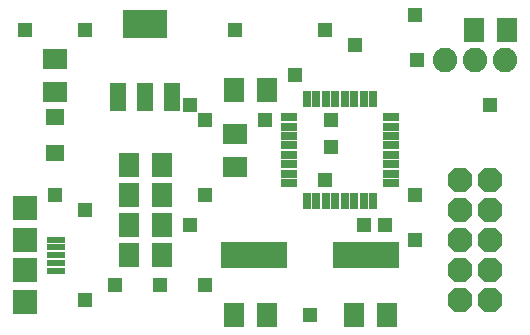
<source format=gts>
G75*
%MOIN*%
%OFA0B0*%
%FSLAX25Y25*%
%IPPOS*%
%LPD*%
%AMOC8*
5,1,8,0,0,1.08239X$1,22.5*
%
%ADD10R,0.07099X0.07887*%
%ADD11R,0.07887X0.07099*%
%ADD12R,0.06312X0.05524*%
%ADD13R,0.05800X0.03000*%
%ADD14R,0.03000X0.05800*%
%ADD15R,0.06312X0.02178*%
%ADD16R,0.08280X0.07887*%
%ADD17R,0.08280X0.08280*%
%ADD18OC8,0.08200*%
%ADD19C,0.08200*%
%ADD20R,0.22454X0.08674*%
%ADD21R,0.05600X0.09600*%
%ADD22R,0.14973X0.09461*%
%ADD23R,0.05162X0.05162*%
D10*
X0049988Y0041000D03*
X0061012Y0041000D03*
X0061012Y0051000D03*
X0049988Y0051000D03*
X0049988Y0061000D03*
X0061012Y0061000D03*
X0061012Y0071000D03*
X0049988Y0071000D03*
X0084988Y0096000D03*
X0096012Y0096000D03*
X0164988Y0116000D03*
X0176012Y0116000D03*
X0136012Y0021000D03*
X0124988Y0021000D03*
X0096012Y0021000D03*
X0084988Y0021000D03*
D11*
X0085500Y0070488D03*
X0085500Y0081512D03*
X0025500Y0095488D03*
X0025500Y0106512D03*
D12*
X0025500Y0086906D03*
X0025500Y0075094D03*
D13*
X0103600Y0074425D03*
X0103600Y0077575D03*
X0103600Y0080724D03*
X0103600Y0083874D03*
X0103600Y0087024D03*
X0103600Y0071276D03*
X0103600Y0068126D03*
X0103600Y0064976D03*
X0137400Y0064976D03*
X0137400Y0068126D03*
X0137400Y0071276D03*
X0137400Y0074425D03*
X0137400Y0077575D03*
X0137400Y0080724D03*
X0137400Y0083874D03*
X0137400Y0087024D03*
D14*
X0131524Y0092900D03*
X0128374Y0092900D03*
X0125224Y0092900D03*
X0122075Y0092900D03*
X0118925Y0092900D03*
X0115776Y0092900D03*
X0112626Y0092900D03*
X0109476Y0092900D03*
X0109476Y0059100D03*
X0112626Y0059100D03*
X0115776Y0059100D03*
X0118925Y0059100D03*
X0122075Y0059100D03*
X0125224Y0059100D03*
X0128374Y0059100D03*
X0131524Y0059100D03*
D15*
X0025933Y0046118D03*
X0025933Y0043559D03*
X0025933Y0041000D03*
X0025933Y0038441D03*
X0025933Y0035882D03*
D16*
X0015500Y0025252D03*
X0015500Y0056748D03*
D17*
X0015500Y0046000D03*
X0015500Y0036000D03*
D18*
X0160500Y0036000D03*
X0170500Y0036000D03*
X0170500Y0046000D03*
X0160500Y0046000D03*
X0160500Y0056000D03*
X0170500Y0056000D03*
X0170500Y0066000D03*
X0160500Y0066000D03*
X0160500Y0026000D03*
X0170500Y0026000D03*
D19*
X0165500Y0106000D03*
X0155500Y0106000D03*
X0175500Y0106000D03*
D20*
X0129201Y0041000D03*
X0091799Y0041000D03*
D21*
X0064600Y0093800D03*
X0055500Y0093800D03*
X0046400Y0093800D03*
D22*
X0055500Y0118201D03*
D23*
X0035500Y0116000D03*
X0015500Y0116000D03*
X0070500Y0091000D03*
X0075500Y0086000D03*
X0095500Y0086000D03*
X0117500Y0086000D03*
X0117500Y0077000D03*
X0115500Y0066000D03*
X0128500Y0051000D03*
X0135500Y0051000D03*
X0145500Y0046000D03*
X0145500Y0061000D03*
X0170500Y0091000D03*
X0146000Y0106000D03*
X0125500Y0111000D03*
X0115500Y0116000D03*
X0105500Y0101000D03*
X0085500Y0116000D03*
X0145500Y0121000D03*
X0075500Y0061000D03*
X0070500Y0051000D03*
X0075500Y0031000D03*
X0060500Y0031000D03*
X0045500Y0031000D03*
X0035500Y0026000D03*
X0035500Y0056000D03*
X0025500Y0061000D03*
X0110500Y0021000D03*
M02*

</source>
